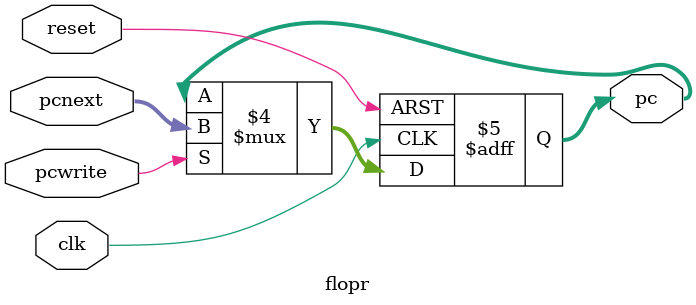
<source format=sv>
`timescale 1ns / 1ps

module flopr(
    input logic clk, reset,
    input logic [31:0] pcnext,
    input logic pcwrite,
    output logic [31:0] pc
    );
    
    always @ (posedge clk, posedge reset) begin
        if (reset == 1)
            pc = 32'h00000000;
        else
            pc = (pcwrite == 1) ? pcnext : pc;
    end
    
endmodule

</source>
